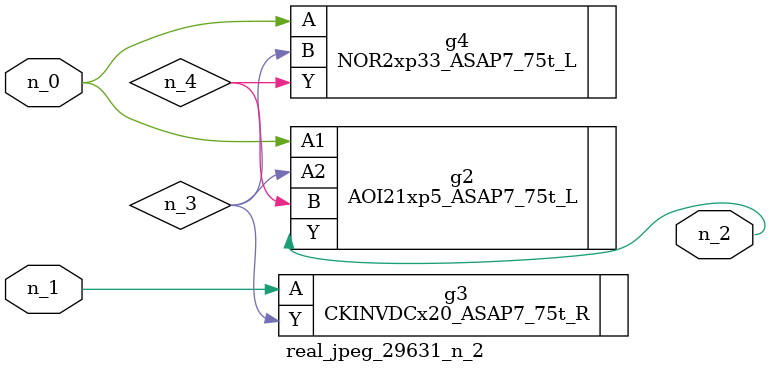
<source format=v>
module real_jpeg_29631_n_2 (n_1, n_0, n_2);

input n_1;
input n_0;

output n_2;

wire n_4;
wire n_3;

AOI21xp5_ASAP7_75t_L g2 ( 
.A1(n_0),
.A2(n_3),
.B(n_4),
.Y(n_2)
);

NOR2xp33_ASAP7_75t_L g4 ( 
.A(n_0),
.B(n_3),
.Y(n_4)
);

CKINVDCx20_ASAP7_75t_R g3 ( 
.A(n_1),
.Y(n_3)
);


endmodule
</source>
